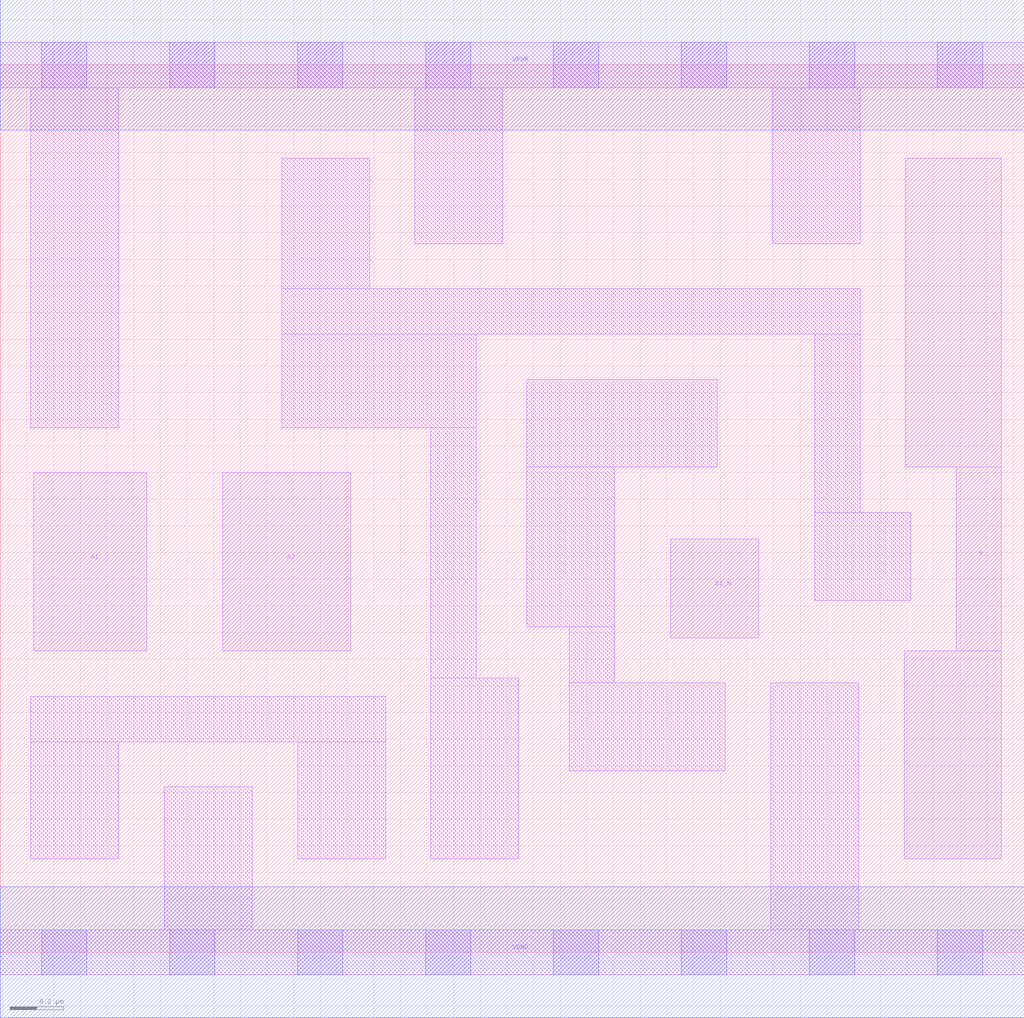
<source format=lef>
# Copyright 2020 The SkyWater PDK Authors
#
# Licensed under the Apache License, Version 2.0 (the "License");
# you may not use this file except in compliance with the License.
# You may obtain a copy of the License at
#
#     https://www.apache.org/licenses/LICENSE-2.0
#
# Unless required by applicable law or agreed to in writing, software
# distributed under the License is distributed on an "AS IS" BASIS,
# WITHOUT WARRANTIES OR CONDITIONS OF ANY KIND, either express or implied.
# See the License for the specific language governing permissions and
# limitations under the License.
#
# SPDX-License-Identifier: Apache-2.0

VERSION 5.7 ;
  NOWIREEXTENSIONATPIN ON ;
  DIVIDERCHAR "/" ;
  BUSBITCHARS "[]" ;
UNITS
  DATABASE MICRONS 200 ;
END UNITS
MACRO sky130_fd_sc_ls__o21ba_1
  CLASS CORE ;
  FOREIGN sky130_fd_sc_ls__o21ba_1 ;
  ORIGIN  0.000000  0.000000 ;
  SIZE  3.840000 BY  3.330000 ;
  SYMMETRY X Y ;
  SITE unit ;
  PIN A1
    ANTENNAGATEAREA  0.246000 ;
    DIRECTION INPUT ;
    USE SIGNAL ;
    PORT
      LAYER li1 ;
        RECT 0.125000 1.130000 0.550000 1.800000 ;
    END
  END A1
  PIN A2
    ANTENNAGATEAREA  0.246000 ;
    DIRECTION INPUT ;
    USE SIGNAL ;
    PORT
      LAYER li1 ;
        RECT 0.835000 1.130000 1.315000 1.800000 ;
    END
  END A2
  PIN B1_N
    ANTENNAGATEAREA  0.208500 ;
    DIRECTION INPUT ;
    USE SIGNAL ;
    PORT
      LAYER li1 ;
        RECT 2.515000 1.180000 2.845000 1.550000 ;
    END
  END B1_N
  PIN X
    ANTENNADIFFAREA  0.541300 ;
    DIRECTION OUTPUT ;
    USE SIGNAL ;
    PORT
      LAYER li1 ;
        RECT 3.390000 0.350000 3.755000 1.130000 ;
        RECT 3.395000 1.820000 3.755000 2.980000 ;
        RECT 3.585000 1.130000 3.755000 1.820000 ;
    END
  END X
  PIN VGND
    DIRECTION INOUT ;
    SHAPE ABUTMENT ;
    USE GROUND ;
    PORT
      LAYER met1 ;
        RECT 0.000000 -0.245000 3.840000 0.245000 ;
    END
  END VGND
  PIN VPWR
    DIRECTION INOUT ;
    SHAPE ABUTMENT ;
    USE POWER ;
    PORT
      LAYER met1 ;
        RECT 0.000000 3.085000 3.840000 3.575000 ;
    END
  END VPWR
  OBS
    LAYER li1 ;
      RECT 0.000000 -0.085000 3.840000 0.085000 ;
      RECT 0.000000  3.245000 3.840000 3.415000 ;
      RECT 0.115000  0.350000 0.445000 0.790000 ;
      RECT 0.115000  0.790000 1.445000 0.960000 ;
      RECT 0.115000  1.970000 0.445000 3.245000 ;
      RECT 0.615000  0.085000 0.945000 0.620000 ;
      RECT 1.055000  1.970000 1.785000 2.320000 ;
      RECT 1.055000  2.320000 3.225000 2.490000 ;
      RECT 1.055000  2.490000 1.385000 2.980000 ;
      RECT 1.115000  0.350000 1.445000 0.790000 ;
      RECT 1.555000  2.660000 1.885000 3.245000 ;
      RECT 1.615000  0.350000 1.945000 1.030000 ;
      RECT 1.615000  1.030000 1.785000 1.970000 ;
      RECT 1.975000  1.220000 2.305000 1.820000 ;
      RECT 1.975000  1.820000 2.690000 2.150000 ;
      RECT 2.135000  0.680000 2.720000 1.010000 ;
      RECT 2.135000  1.010000 2.305000 1.220000 ;
      RECT 2.890000  0.085000 3.220000 1.010000 ;
      RECT 2.895000  2.660000 3.225000 3.245000 ;
      RECT 3.055000  1.320000 3.415000 1.650000 ;
      RECT 3.055000  1.650000 3.225000 2.320000 ;
    LAYER mcon ;
      RECT 0.155000 -0.085000 0.325000 0.085000 ;
      RECT 0.155000  3.245000 0.325000 3.415000 ;
      RECT 0.635000 -0.085000 0.805000 0.085000 ;
      RECT 0.635000  3.245000 0.805000 3.415000 ;
      RECT 1.115000 -0.085000 1.285000 0.085000 ;
      RECT 1.115000  3.245000 1.285000 3.415000 ;
      RECT 1.595000 -0.085000 1.765000 0.085000 ;
      RECT 1.595000  3.245000 1.765000 3.415000 ;
      RECT 2.075000 -0.085000 2.245000 0.085000 ;
      RECT 2.075000  3.245000 2.245000 3.415000 ;
      RECT 2.555000 -0.085000 2.725000 0.085000 ;
      RECT 2.555000  3.245000 2.725000 3.415000 ;
      RECT 3.035000 -0.085000 3.205000 0.085000 ;
      RECT 3.035000  3.245000 3.205000 3.415000 ;
      RECT 3.515000 -0.085000 3.685000 0.085000 ;
      RECT 3.515000  3.245000 3.685000 3.415000 ;
  END
END sky130_fd_sc_ls__o21ba_1
END LIBRARY

</source>
